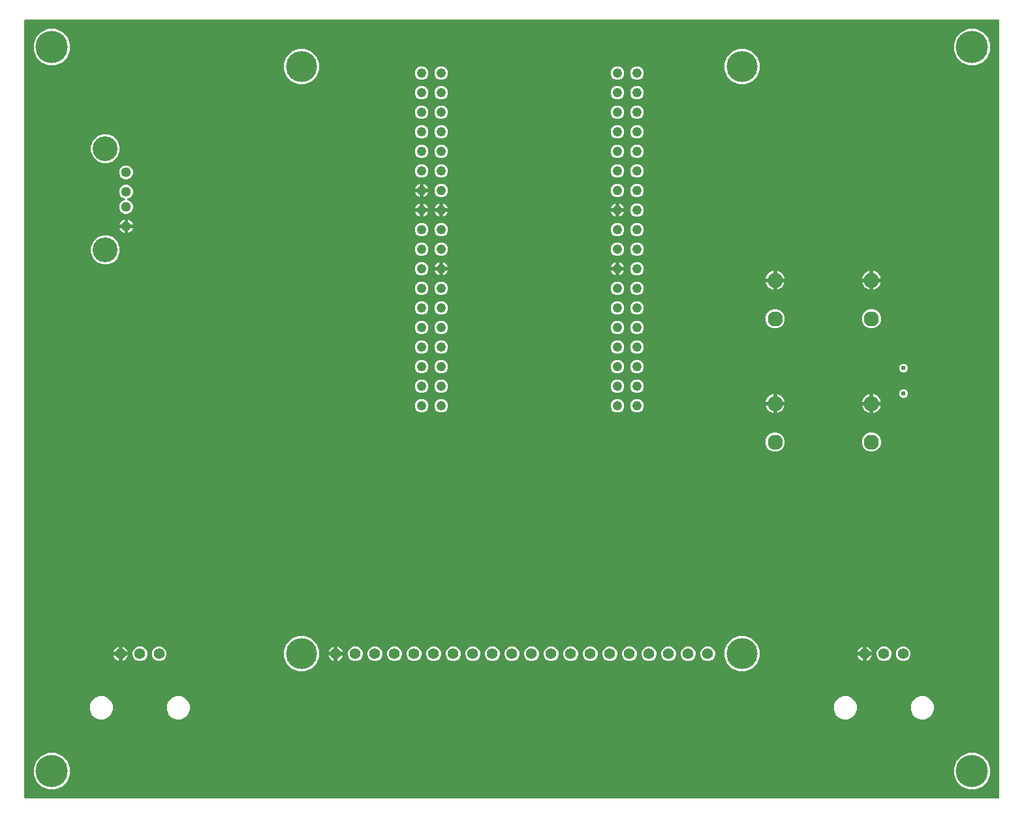
<source format=gbr>
G04 EAGLE Gerber RS-274X export*
G75*
%MOMM*%
%FSLAX34Y34*%
%LPD*%
%INCopper Layer 2*%
%IPPOS*%
%AMOC8*
5,1,8,0,0,1.08239X$1,22.5*%
G01*
%ADD10C,1.288000*%
%ADD11C,3.220000*%
%ADD12C,1.400000*%
%ADD13C,4.016000*%
%ADD14C,1.960000*%
%ADD15C,1.244600*%
%ADD16C,4.191000*%
%ADD17C,0.609600*%
%ADD18C,0.654800*%
%ADD19C,0.254000*%

G36*
X1266308Y2556D02*
X1266308Y2556D01*
X1266427Y2563D01*
X1266465Y2576D01*
X1266506Y2581D01*
X1266616Y2624D01*
X1266729Y2661D01*
X1266764Y2683D01*
X1266801Y2698D01*
X1266897Y2767D01*
X1266998Y2831D01*
X1267026Y2861D01*
X1267059Y2884D01*
X1267135Y2976D01*
X1267216Y3063D01*
X1267236Y3098D01*
X1267261Y3129D01*
X1267312Y3237D01*
X1267370Y3341D01*
X1267380Y3381D01*
X1267397Y3417D01*
X1267419Y3534D01*
X1267449Y3649D01*
X1267453Y3709D01*
X1267457Y3729D01*
X1267455Y3750D01*
X1267459Y3810D01*
X1267459Y1012190D01*
X1267444Y1012308D01*
X1267437Y1012427D01*
X1267424Y1012465D01*
X1267419Y1012506D01*
X1267376Y1012616D01*
X1267339Y1012729D01*
X1267317Y1012764D01*
X1267302Y1012801D01*
X1267233Y1012897D01*
X1267169Y1012998D01*
X1267139Y1013026D01*
X1267116Y1013059D01*
X1267024Y1013135D01*
X1266937Y1013216D01*
X1266902Y1013236D01*
X1266871Y1013261D01*
X1266763Y1013312D01*
X1266659Y1013370D01*
X1266619Y1013380D01*
X1266583Y1013397D01*
X1266466Y1013419D01*
X1266351Y1013449D01*
X1266291Y1013453D01*
X1266271Y1013457D01*
X1266250Y1013455D01*
X1266190Y1013459D01*
X3810Y1013459D01*
X3692Y1013444D01*
X3573Y1013437D01*
X3535Y1013424D01*
X3494Y1013419D01*
X3384Y1013376D01*
X3271Y1013339D01*
X3236Y1013317D01*
X3199Y1013302D01*
X3103Y1013233D01*
X3002Y1013169D01*
X2974Y1013139D01*
X2941Y1013116D01*
X2865Y1013024D01*
X2784Y1012937D01*
X2764Y1012902D01*
X2739Y1012871D01*
X2688Y1012763D01*
X2630Y1012659D01*
X2620Y1012619D01*
X2603Y1012583D01*
X2581Y1012466D01*
X2551Y1012351D01*
X2547Y1012291D01*
X2543Y1012271D01*
X2545Y1012250D01*
X2541Y1012190D01*
X2541Y3810D01*
X2556Y3692D01*
X2563Y3573D01*
X2576Y3535D01*
X2581Y3494D01*
X2624Y3384D01*
X2661Y3271D01*
X2683Y3236D01*
X2698Y3199D01*
X2767Y3103D01*
X2831Y3002D01*
X2861Y2974D01*
X2884Y2941D01*
X2976Y2865D01*
X3063Y2784D01*
X3098Y2764D01*
X3129Y2739D01*
X3237Y2688D01*
X3341Y2630D01*
X3381Y2620D01*
X3417Y2603D01*
X3534Y2581D01*
X3649Y2551D01*
X3709Y2547D01*
X3729Y2543D01*
X3750Y2545D01*
X3810Y2541D01*
X1266190Y2541D01*
X1266308Y2556D01*
G37*
%LPC*%
G36*
X1227226Y954404D02*
X1227226Y954404D01*
X1218591Y957981D01*
X1211981Y964591D01*
X1208404Y973226D01*
X1208404Y982574D01*
X1211981Y991209D01*
X1218591Y997819D01*
X1227226Y1001396D01*
X1236574Y1001396D01*
X1245209Y997819D01*
X1251819Y991209D01*
X1255396Y982574D01*
X1255396Y973226D01*
X1251819Y964591D01*
X1245209Y957981D01*
X1236574Y954404D01*
X1227226Y954404D01*
G37*
%LPD*%
%LPC*%
G36*
X33426Y954404D02*
X33426Y954404D01*
X24791Y957981D01*
X18181Y964591D01*
X14604Y973226D01*
X14604Y982574D01*
X18181Y991209D01*
X24791Y997819D01*
X33426Y1001396D01*
X42774Y1001396D01*
X51409Y997819D01*
X58019Y991209D01*
X61596Y982574D01*
X61596Y973226D01*
X58019Y964591D01*
X51409Y957981D01*
X42774Y954404D01*
X33426Y954404D01*
G37*
%LPD*%
%LPC*%
G36*
X33426Y14604D02*
X33426Y14604D01*
X24791Y18181D01*
X18181Y24791D01*
X14604Y33426D01*
X14604Y42774D01*
X18181Y51409D01*
X24791Y58019D01*
X33426Y61596D01*
X42774Y61596D01*
X51409Y58019D01*
X58019Y51409D01*
X61596Y42774D01*
X61596Y33426D01*
X58019Y24791D01*
X51409Y18181D01*
X42774Y14604D01*
X33426Y14604D01*
G37*
%LPD*%
%LPC*%
G36*
X1227226Y14604D02*
X1227226Y14604D01*
X1218591Y18181D01*
X1211981Y24791D01*
X1208404Y33426D01*
X1208404Y42774D01*
X1211981Y51409D01*
X1218591Y58019D01*
X1227226Y61596D01*
X1236574Y61596D01*
X1245209Y58019D01*
X1251819Y51409D01*
X1255396Y42774D01*
X1255396Y33426D01*
X1251819Y24791D01*
X1245209Y18181D01*
X1236574Y14604D01*
X1227226Y14604D01*
G37*
%LPD*%
%LPC*%
G36*
X928950Y929879D02*
X928950Y929879D01*
X920636Y933323D01*
X914273Y939686D01*
X910829Y948000D01*
X910829Y957000D01*
X914273Y965314D01*
X920636Y971677D01*
X928950Y975121D01*
X937950Y975121D01*
X946264Y971677D01*
X952627Y965314D01*
X956071Y957000D01*
X956071Y948000D01*
X952627Y939686D01*
X946264Y933323D01*
X937950Y929879D01*
X928950Y929879D01*
G37*
%LPD*%
%LPC*%
G36*
X357450Y929879D02*
X357450Y929879D01*
X349136Y933323D01*
X342773Y939686D01*
X339329Y948000D01*
X339329Y957000D01*
X342773Y965314D01*
X349136Y971677D01*
X357450Y975121D01*
X366450Y975121D01*
X374764Y971677D01*
X381127Y965314D01*
X384571Y957000D01*
X384571Y948000D01*
X381127Y939686D01*
X374764Y933323D01*
X366450Y929879D01*
X357450Y929879D01*
G37*
%LPD*%
%LPC*%
G36*
X928950Y167879D02*
X928950Y167879D01*
X920636Y171323D01*
X914273Y177686D01*
X910829Y186000D01*
X910829Y195000D01*
X914273Y203314D01*
X920636Y209677D01*
X928950Y213121D01*
X937950Y213121D01*
X946264Y209677D01*
X952627Y203314D01*
X956071Y195000D01*
X956071Y186000D01*
X952627Y177686D01*
X946264Y171323D01*
X937950Y167879D01*
X928950Y167879D01*
G37*
%LPD*%
%LPC*%
G36*
X357450Y167879D02*
X357450Y167879D01*
X349136Y171323D01*
X342773Y177686D01*
X339329Y186000D01*
X339329Y195000D01*
X342773Y203314D01*
X349136Y209677D01*
X357450Y213121D01*
X366450Y213121D01*
X374764Y209677D01*
X381127Y203314D01*
X384571Y195000D01*
X384571Y186000D01*
X381127Y177686D01*
X374764Y171323D01*
X366450Y167879D01*
X357450Y167879D01*
G37*
%LPD*%
%LPC*%
G36*
X103812Y695999D02*
X103812Y695999D01*
X96961Y698837D01*
X91717Y704081D01*
X88879Y710932D01*
X88879Y718348D01*
X91717Y725199D01*
X96961Y730443D01*
X103812Y733281D01*
X111228Y733281D01*
X118079Y730443D01*
X123323Y725199D01*
X126161Y718348D01*
X126161Y710932D01*
X123323Y704081D01*
X118079Y698837D01*
X111228Y695999D01*
X103812Y695999D01*
G37*
%LPD*%
%LPC*%
G36*
X103812Y827399D02*
X103812Y827399D01*
X96961Y830237D01*
X91717Y835481D01*
X88879Y842332D01*
X88879Y849748D01*
X91717Y856599D01*
X96961Y861843D01*
X103812Y864681D01*
X111228Y864681D01*
X118079Y861843D01*
X123323Y856599D01*
X126161Y849748D01*
X126161Y842332D01*
X123323Y835481D01*
X118079Y830237D01*
X111228Y827399D01*
X103812Y827399D01*
G37*
%LPD*%
%LPC*%
G36*
X199408Y105459D02*
X199408Y105459D01*
X193880Y107749D01*
X189649Y111980D01*
X187359Y117508D01*
X187359Y123492D01*
X189649Y129020D01*
X193880Y133251D01*
X199408Y135541D01*
X205392Y135541D01*
X210920Y133251D01*
X215151Y129020D01*
X217441Y123492D01*
X217441Y117508D01*
X215151Y111980D01*
X210920Y107749D01*
X205392Y105459D01*
X199408Y105459D01*
G37*
%LPD*%
%LPC*%
G36*
X1064608Y105459D02*
X1064608Y105459D01*
X1059080Y107749D01*
X1054849Y111980D01*
X1052559Y117508D01*
X1052559Y123492D01*
X1054849Y129020D01*
X1059080Y133251D01*
X1064608Y135541D01*
X1070592Y135541D01*
X1076120Y133251D01*
X1080351Y129020D01*
X1082641Y123492D01*
X1082641Y117508D01*
X1080351Y111980D01*
X1076120Y107749D01*
X1070592Y105459D01*
X1064608Y105459D01*
G37*
%LPD*%
%LPC*%
G36*
X1164608Y105459D02*
X1164608Y105459D01*
X1159080Y107749D01*
X1154849Y111980D01*
X1152559Y117508D01*
X1152559Y123492D01*
X1154849Y129020D01*
X1159080Y133251D01*
X1164608Y135541D01*
X1170592Y135541D01*
X1176120Y133251D01*
X1180351Y129020D01*
X1182641Y123492D01*
X1182641Y117508D01*
X1180351Y111980D01*
X1176120Y107749D01*
X1170592Y105459D01*
X1164608Y105459D01*
G37*
%LPD*%
%LPC*%
G36*
X99408Y105459D02*
X99408Y105459D01*
X93880Y107749D01*
X89649Y111980D01*
X87359Y117508D01*
X87359Y123492D01*
X89649Y129020D01*
X93880Y133251D01*
X99408Y135541D01*
X105392Y135541D01*
X110920Y133251D01*
X115151Y129020D01*
X117441Y123492D01*
X117441Y117508D01*
X115151Y111980D01*
X110920Y107749D01*
X105392Y105459D01*
X99408Y105459D01*
G37*
%LPD*%
%LPC*%
G36*
X132834Y761359D02*
X132834Y761359D01*
X129533Y762726D01*
X127006Y765253D01*
X125639Y768554D01*
X125639Y772126D01*
X127006Y775427D01*
X129533Y777954D01*
X132463Y779167D01*
X132584Y779236D01*
X132707Y779301D01*
X132722Y779315D01*
X132740Y779325D01*
X132840Y779422D01*
X132942Y779515D01*
X132953Y779532D01*
X132968Y779546D01*
X133041Y779665D01*
X133117Y779781D01*
X133124Y779800D01*
X133134Y779817D01*
X133175Y779950D01*
X133220Y780082D01*
X133222Y780102D01*
X133228Y780121D01*
X133235Y780260D01*
X133246Y780399D01*
X133242Y780419D01*
X133243Y780439D01*
X133215Y780575D01*
X133191Y780712D01*
X133183Y780731D01*
X133179Y780750D01*
X133117Y780876D01*
X133061Y781002D01*
X133048Y781018D01*
X133039Y781036D01*
X132949Y781142D01*
X132862Y781250D01*
X132846Y781263D01*
X132833Y781278D01*
X132719Y781358D01*
X132608Y781442D01*
X132583Y781454D01*
X132573Y781461D01*
X132553Y781468D01*
X132463Y781513D01*
X129533Y782726D01*
X127006Y785253D01*
X125639Y788554D01*
X125639Y792126D01*
X127006Y795427D01*
X129533Y797954D01*
X132834Y799321D01*
X136406Y799321D01*
X139707Y797954D01*
X142234Y795427D01*
X143601Y792126D01*
X143601Y788554D01*
X142234Y785253D01*
X139707Y782726D01*
X136777Y781513D01*
X136656Y781444D01*
X136533Y781379D01*
X136518Y781365D01*
X136500Y781355D01*
X136400Y781258D01*
X136298Y781165D01*
X136286Y781148D01*
X136272Y781134D01*
X136199Y781016D01*
X136123Y780899D01*
X136116Y780880D01*
X136106Y780863D01*
X136065Y780730D01*
X136020Y780598D01*
X136018Y780578D01*
X136012Y780559D01*
X136005Y780420D01*
X135994Y780281D01*
X135998Y780261D01*
X135997Y780241D01*
X136025Y780105D01*
X136049Y779968D01*
X136057Y779949D01*
X136061Y779930D01*
X136122Y779805D01*
X136179Y779678D01*
X136192Y779662D01*
X136201Y779644D01*
X136291Y779538D01*
X136378Y779430D01*
X136394Y779417D01*
X136407Y779402D01*
X136521Y779322D01*
X136632Y779238D01*
X136657Y779226D01*
X136667Y779219D01*
X136687Y779212D01*
X136777Y779167D01*
X139707Y777954D01*
X142234Y775427D01*
X143601Y772126D01*
X143601Y768554D01*
X142234Y765253D01*
X139707Y762726D01*
X136406Y761359D01*
X132834Y761359D01*
G37*
%LPD*%
%LPC*%
G36*
X973905Y452879D02*
X973905Y452879D01*
X969370Y454758D01*
X965898Y458230D01*
X964019Y462765D01*
X964019Y467675D01*
X965898Y472210D01*
X969370Y475682D01*
X973905Y477561D01*
X978815Y477561D01*
X983350Y475682D01*
X986822Y472210D01*
X988701Y467675D01*
X988701Y462765D01*
X986822Y458230D01*
X983350Y454758D01*
X978815Y452879D01*
X973905Y452879D01*
G37*
%LPD*%
%LPC*%
G36*
X1098905Y452879D02*
X1098905Y452879D01*
X1094370Y454758D01*
X1090898Y458230D01*
X1089019Y462765D01*
X1089019Y467675D01*
X1090898Y472210D01*
X1094370Y475682D01*
X1098905Y477561D01*
X1103815Y477561D01*
X1108350Y475682D01*
X1111822Y472210D01*
X1113701Y467675D01*
X1113701Y462765D01*
X1111822Y458230D01*
X1108350Y454758D01*
X1103815Y452879D01*
X1098905Y452879D01*
G37*
%LPD*%
%LPC*%
G36*
X973905Y612899D02*
X973905Y612899D01*
X969370Y614778D01*
X965898Y618250D01*
X964019Y622785D01*
X964019Y627695D01*
X965898Y632230D01*
X969370Y635702D01*
X973905Y637581D01*
X978815Y637581D01*
X983350Y635702D01*
X986822Y632230D01*
X988701Y627695D01*
X988701Y622785D01*
X986822Y618250D01*
X983350Y614778D01*
X978815Y612899D01*
X973905Y612899D01*
G37*
%LPD*%
%LPC*%
G36*
X1098905Y612899D02*
X1098905Y612899D01*
X1094370Y614778D01*
X1090898Y618250D01*
X1089019Y622785D01*
X1089019Y627695D01*
X1090898Y632230D01*
X1094370Y635702D01*
X1098905Y637581D01*
X1103815Y637581D01*
X1108350Y635702D01*
X1111822Y632230D01*
X1113701Y627695D01*
X1113701Y622785D01*
X1111822Y618250D01*
X1108350Y614778D01*
X1103815Y612899D01*
X1098905Y612899D01*
G37*
%LPD*%
%LPC*%
G36*
X531502Y180959D02*
X531502Y180959D01*
X527996Y182412D01*
X525312Y185096D01*
X523859Y188602D01*
X523859Y192398D01*
X525312Y195904D01*
X527996Y198588D01*
X531502Y200041D01*
X535298Y200041D01*
X538804Y198588D01*
X541488Y195904D01*
X542941Y192398D01*
X542941Y188602D01*
X541488Y185096D01*
X538804Y182412D01*
X535298Y180959D01*
X531502Y180959D01*
G37*
%LPD*%
%LPC*%
G36*
X556902Y180959D02*
X556902Y180959D01*
X553396Y182412D01*
X550712Y185096D01*
X549259Y188602D01*
X549259Y192398D01*
X550712Y195904D01*
X553396Y198588D01*
X556902Y200041D01*
X560698Y200041D01*
X564204Y198588D01*
X566888Y195904D01*
X568341Y192398D01*
X568341Y188602D01*
X566888Y185096D01*
X564204Y182412D01*
X560698Y180959D01*
X556902Y180959D01*
G37*
%LPD*%
%LPC*%
G36*
X582302Y180959D02*
X582302Y180959D01*
X578796Y182412D01*
X576112Y185096D01*
X574659Y188602D01*
X574659Y192398D01*
X576112Y195904D01*
X578796Y198588D01*
X582302Y200041D01*
X586098Y200041D01*
X589604Y198588D01*
X592288Y195904D01*
X593741Y192398D01*
X593741Y188602D01*
X592288Y185096D01*
X589604Y182412D01*
X586098Y180959D01*
X582302Y180959D01*
G37*
%LPD*%
%LPC*%
G36*
X607702Y180959D02*
X607702Y180959D01*
X604196Y182412D01*
X601512Y185096D01*
X600059Y188602D01*
X600059Y192398D01*
X601512Y195904D01*
X604196Y198588D01*
X607702Y200041D01*
X611498Y200041D01*
X615004Y198588D01*
X617688Y195904D01*
X619141Y192398D01*
X619141Y188602D01*
X617688Y185096D01*
X615004Y182412D01*
X611498Y180959D01*
X607702Y180959D01*
G37*
%LPD*%
%LPC*%
G36*
X633102Y180959D02*
X633102Y180959D01*
X629596Y182412D01*
X626912Y185096D01*
X625459Y188602D01*
X625459Y192398D01*
X626912Y195904D01*
X629596Y198588D01*
X633102Y200041D01*
X636898Y200041D01*
X640404Y198588D01*
X643088Y195904D01*
X644541Y192398D01*
X644541Y188602D01*
X643088Y185096D01*
X640404Y182412D01*
X636898Y180959D01*
X633102Y180959D01*
G37*
%LPD*%
%LPC*%
G36*
X658502Y180959D02*
X658502Y180959D01*
X654996Y182412D01*
X652312Y185096D01*
X650859Y188602D01*
X650859Y192398D01*
X652312Y195904D01*
X654996Y198588D01*
X658502Y200041D01*
X662298Y200041D01*
X665804Y198588D01*
X668488Y195904D01*
X669941Y192398D01*
X669941Y188602D01*
X668488Y185096D01*
X665804Y182412D01*
X662298Y180959D01*
X658502Y180959D01*
G37*
%LPD*%
%LPC*%
G36*
X709302Y180959D02*
X709302Y180959D01*
X705796Y182412D01*
X703112Y185096D01*
X701659Y188602D01*
X701659Y192398D01*
X703112Y195904D01*
X705796Y198588D01*
X709302Y200041D01*
X713098Y200041D01*
X716604Y198588D01*
X719288Y195904D01*
X720741Y192398D01*
X720741Y188602D01*
X719288Y185096D01*
X716604Y182412D01*
X713098Y180959D01*
X709302Y180959D01*
G37*
%LPD*%
%LPC*%
G36*
X734702Y180959D02*
X734702Y180959D01*
X731196Y182412D01*
X728512Y185096D01*
X727059Y188602D01*
X727059Y192398D01*
X728512Y195904D01*
X731196Y198588D01*
X734702Y200041D01*
X738498Y200041D01*
X742004Y198588D01*
X744688Y195904D01*
X746141Y192398D01*
X746141Y188602D01*
X744688Y185096D01*
X742004Y182412D01*
X738498Y180959D01*
X734702Y180959D01*
G37*
%LPD*%
%LPC*%
G36*
X887102Y180959D02*
X887102Y180959D01*
X883596Y182412D01*
X880912Y185096D01*
X879459Y188602D01*
X879459Y192398D01*
X880912Y195904D01*
X883596Y198588D01*
X887102Y200041D01*
X890898Y200041D01*
X894404Y198588D01*
X897088Y195904D01*
X898541Y192398D01*
X898541Y188602D01*
X897088Y185096D01*
X894404Y182412D01*
X890898Y180959D01*
X887102Y180959D01*
G37*
%LPD*%
%LPC*%
G36*
X1115702Y180959D02*
X1115702Y180959D01*
X1112196Y182412D01*
X1109512Y185096D01*
X1108059Y188602D01*
X1108059Y192398D01*
X1109512Y195904D01*
X1112196Y198588D01*
X1115702Y200041D01*
X1119498Y200041D01*
X1123004Y198588D01*
X1125688Y195904D01*
X1127141Y192398D01*
X1127141Y188602D01*
X1125688Y185096D01*
X1123004Y182412D01*
X1119498Y180959D01*
X1115702Y180959D01*
G37*
%LPD*%
%LPC*%
G36*
X683902Y180959D02*
X683902Y180959D01*
X680396Y182412D01*
X677712Y185096D01*
X676259Y188602D01*
X676259Y192398D01*
X677712Y195904D01*
X680396Y198588D01*
X683902Y200041D01*
X687698Y200041D01*
X691204Y198588D01*
X693888Y195904D01*
X695341Y192398D01*
X695341Y188602D01*
X693888Y185096D01*
X691204Y182412D01*
X687698Y180959D01*
X683902Y180959D01*
G37*
%LPD*%
%LPC*%
G36*
X480702Y180959D02*
X480702Y180959D01*
X477196Y182412D01*
X474512Y185096D01*
X473059Y188602D01*
X473059Y192398D01*
X474512Y195904D01*
X477196Y198588D01*
X480702Y200041D01*
X484498Y200041D01*
X488004Y198588D01*
X490688Y195904D01*
X492141Y192398D01*
X492141Y188602D01*
X490688Y185096D01*
X488004Y182412D01*
X484498Y180959D01*
X480702Y180959D01*
G37*
%LPD*%
%LPC*%
G36*
X150502Y180959D02*
X150502Y180959D01*
X146996Y182412D01*
X144312Y185096D01*
X142859Y188602D01*
X142859Y192398D01*
X144312Y195904D01*
X146996Y198588D01*
X150502Y200041D01*
X154298Y200041D01*
X157804Y198588D01*
X160488Y195904D01*
X161941Y192398D01*
X161941Y188602D01*
X160488Y185096D01*
X157804Y182412D01*
X154298Y180959D01*
X150502Y180959D01*
G37*
%LPD*%
%LPC*%
G36*
X1140702Y180959D02*
X1140702Y180959D01*
X1137196Y182412D01*
X1134512Y185096D01*
X1133059Y188602D01*
X1133059Y192398D01*
X1134512Y195904D01*
X1137196Y198588D01*
X1140702Y200041D01*
X1144498Y200041D01*
X1148004Y198588D01*
X1150688Y195904D01*
X1152141Y192398D01*
X1152141Y188602D01*
X1150688Y185096D01*
X1148004Y182412D01*
X1144498Y180959D01*
X1140702Y180959D01*
G37*
%LPD*%
%LPC*%
G36*
X836302Y180959D02*
X836302Y180959D01*
X832796Y182412D01*
X830112Y185096D01*
X828659Y188602D01*
X828659Y192398D01*
X830112Y195904D01*
X832796Y198588D01*
X836302Y200041D01*
X840098Y200041D01*
X843604Y198588D01*
X846288Y195904D01*
X847741Y192398D01*
X847741Y188602D01*
X846288Y185096D01*
X843604Y182412D01*
X840098Y180959D01*
X836302Y180959D01*
G37*
%LPD*%
%LPC*%
G36*
X861702Y180959D02*
X861702Y180959D01*
X858196Y182412D01*
X855512Y185096D01*
X854059Y188602D01*
X854059Y192398D01*
X855512Y195904D01*
X858196Y198588D01*
X861702Y200041D01*
X865498Y200041D01*
X869004Y198588D01*
X871688Y195904D01*
X873141Y192398D01*
X873141Y188602D01*
X871688Y185096D01*
X869004Y182412D01*
X865498Y180959D01*
X861702Y180959D01*
G37*
%LPD*%
%LPC*%
G36*
X785502Y180959D02*
X785502Y180959D01*
X781996Y182412D01*
X779312Y185096D01*
X777859Y188602D01*
X777859Y192398D01*
X779312Y195904D01*
X781996Y198588D01*
X785502Y200041D01*
X789298Y200041D01*
X792804Y198588D01*
X795488Y195904D01*
X796941Y192398D01*
X796941Y188602D01*
X795488Y185096D01*
X792804Y182412D01*
X789298Y180959D01*
X785502Y180959D01*
G37*
%LPD*%
%LPC*%
G36*
X810902Y180959D02*
X810902Y180959D01*
X807396Y182412D01*
X804712Y185096D01*
X803259Y188602D01*
X803259Y192398D01*
X804712Y195904D01*
X807396Y198588D01*
X810902Y200041D01*
X814698Y200041D01*
X818204Y198588D01*
X820888Y195904D01*
X822341Y192398D01*
X822341Y188602D01*
X820888Y185096D01*
X818204Y182412D01*
X814698Y180959D01*
X810902Y180959D01*
G37*
%LPD*%
%LPC*%
G36*
X506102Y180959D02*
X506102Y180959D01*
X502596Y182412D01*
X499912Y185096D01*
X498459Y188602D01*
X498459Y192398D01*
X499912Y195904D01*
X502596Y198588D01*
X506102Y200041D01*
X509898Y200041D01*
X513404Y198588D01*
X516088Y195904D01*
X517541Y192398D01*
X517541Y188602D01*
X516088Y185096D01*
X513404Y182412D01*
X509898Y180959D01*
X506102Y180959D01*
G37*
%LPD*%
%LPC*%
G36*
X429902Y180959D02*
X429902Y180959D01*
X426396Y182412D01*
X423712Y185096D01*
X422259Y188602D01*
X422259Y192398D01*
X423712Y195904D01*
X426396Y198588D01*
X429902Y200041D01*
X433698Y200041D01*
X437204Y198588D01*
X439888Y195904D01*
X441341Y192398D01*
X441341Y188602D01*
X439888Y185096D01*
X437204Y182412D01*
X433698Y180959D01*
X429902Y180959D01*
G37*
%LPD*%
%LPC*%
G36*
X455302Y180959D02*
X455302Y180959D01*
X451796Y182412D01*
X449112Y185096D01*
X447659Y188602D01*
X447659Y192398D01*
X449112Y195904D01*
X451796Y198588D01*
X455302Y200041D01*
X459098Y200041D01*
X462604Y198588D01*
X465288Y195904D01*
X466741Y192398D01*
X466741Y188602D01*
X465288Y185096D01*
X462604Y182412D01*
X459098Y180959D01*
X455302Y180959D01*
G37*
%LPD*%
%LPC*%
G36*
X175502Y180959D02*
X175502Y180959D01*
X171996Y182412D01*
X169312Y185096D01*
X167859Y188602D01*
X167859Y192398D01*
X169312Y195904D01*
X171996Y198588D01*
X175502Y200041D01*
X179298Y200041D01*
X182804Y198588D01*
X185488Y195904D01*
X186941Y192398D01*
X186941Y188602D01*
X185488Y185096D01*
X182804Y182412D01*
X179298Y180959D01*
X175502Y180959D01*
G37*
%LPD*%
%LPC*%
G36*
X760102Y180959D02*
X760102Y180959D01*
X756596Y182412D01*
X753912Y185096D01*
X752459Y188602D01*
X752459Y192398D01*
X753912Y195904D01*
X756596Y198588D01*
X760102Y200041D01*
X763898Y200041D01*
X767404Y198588D01*
X770088Y195904D01*
X771541Y192398D01*
X771541Y188602D01*
X770088Y185096D01*
X767404Y182412D01*
X763898Y180959D01*
X760102Y180959D01*
G37*
%LPD*%
%LPC*%
G36*
X132834Y806359D02*
X132834Y806359D01*
X129533Y807726D01*
X127006Y810253D01*
X125639Y813554D01*
X125639Y817126D01*
X127006Y820427D01*
X129533Y822954D01*
X132834Y824321D01*
X136406Y824321D01*
X139707Y822954D01*
X142234Y820427D01*
X143601Y817126D01*
X143601Y813554D01*
X142234Y810253D01*
X139707Y807726D01*
X136406Y806359D01*
X132834Y806359D01*
G37*
%LPD*%
%LPC*%
G36*
X795557Y935436D02*
X795557Y935436D01*
X792336Y936770D01*
X789870Y939236D01*
X788536Y942457D01*
X788536Y945943D01*
X789870Y949164D01*
X792336Y951630D01*
X795557Y952964D01*
X799043Y952964D01*
X802264Y951630D01*
X804730Y949164D01*
X806064Y945943D01*
X806064Y942457D01*
X804730Y939236D01*
X802264Y936770D01*
X799043Y935436D01*
X795557Y935436D01*
G37*
%LPD*%
%LPC*%
G36*
X770157Y935436D02*
X770157Y935436D01*
X766936Y936770D01*
X764470Y939236D01*
X763136Y942457D01*
X763136Y945943D01*
X764470Y949164D01*
X766936Y951630D01*
X770157Y952964D01*
X773643Y952964D01*
X776864Y951630D01*
X779330Y949164D01*
X780664Y945943D01*
X780664Y942457D01*
X779330Y939236D01*
X776864Y936770D01*
X773643Y935436D01*
X770157Y935436D01*
G37*
%LPD*%
%LPC*%
G36*
X541557Y935436D02*
X541557Y935436D01*
X538336Y936770D01*
X535870Y939236D01*
X534536Y942457D01*
X534536Y945943D01*
X535870Y949164D01*
X538336Y951630D01*
X541557Y952964D01*
X545043Y952964D01*
X548264Y951630D01*
X550730Y949164D01*
X552064Y945943D01*
X552064Y942457D01*
X550730Y939236D01*
X548264Y936770D01*
X545043Y935436D01*
X541557Y935436D01*
G37*
%LPD*%
%LPC*%
G36*
X516157Y935436D02*
X516157Y935436D01*
X512936Y936770D01*
X510470Y939236D01*
X509136Y942457D01*
X509136Y945943D01*
X510470Y949164D01*
X512936Y951630D01*
X516157Y952964D01*
X519643Y952964D01*
X522864Y951630D01*
X525330Y949164D01*
X526664Y945943D01*
X526664Y942457D01*
X525330Y939236D01*
X522864Y936770D01*
X519643Y935436D01*
X516157Y935436D01*
G37*
%LPD*%
%LPC*%
G36*
X795557Y910036D02*
X795557Y910036D01*
X792336Y911370D01*
X789870Y913836D01*
X788536Y917057D01*
X788536Y920543D01*
X789870Y923764D01*
X792336Y926230D01*
X795557Y927564D01*
X799043Y927564D01*
X802264Y926230D01*
X804730Y923764D01*
X806064Y920543D01*
X806064Y917057D01*
X804730Y913836D01*
X802264Y911370D01*
X799043Y910036D01*
X795557Y910036D01*
G37*
%LPD*%
%LPC*%
G36*
X770157Y910036D02*
X770157Y910036D01*
X766936Y911370D01*
X764470Y913836D01*
X763136Y917057D01*
X763136Y920543D01*
X764470Y923764D01*
X766936Y926230D01*
X770157Y927564D01*
X773643Y927564D01*
X776864Y926230D01*
X779330Y923764D01*
X780664Y920543D01*
X780664Y917057D01*
X779330Y913836D01*
X776864Y911370D01*
X773643Y910036D01*
X770157Y910036D01*
G37*
%LPD*%
%LPC*%
G36*
X541557Y910036D02*
X541557Y910036D01*
X538336Y911370D01*
X535870Y913836D01*
X534536Y917057D01*
X534536Y920543D01*
X535870Y923764D01*
X538336Y926230D01*
X541557Y927564D01*
X545043Y927564D01*
X548264Y926230D01*
X550730Y923764D01*
X552064Y920543D01*
X552064Y917057D01*
X550730Y913836D01*
X548264Y911370D01*
X545043Y910036D01*
X541557Y910036D01*
G37*
%LPD*%
%LPC*%
G36*
X516157Y910036D02*
X516157Y910036D01*
X512936Y911370D01*
X510470Y913836D01*
X509136Y917057D01*
X509136Y920543D01*
X510470Y923764D01*
X512936Y926230D01*
X516157Y927564D01*
X519643Y927564D01*
X522864Y926230D01*
X525330Y923764D01*
X526664Y920543D01*
X526664Y917057D01*
X525330Y913836D01*
X522864Y911370D01*
X519643Y910036D01*
X516157Y910036D01*
G37*
%LPD*%
%LPC*%
G36*
X541557Y884636D02*
X541557Y884636D01*
X538336Y885970D01*
X535870Y888436D01*
X534536Y891657D01*
X534536Y895143D01*
X535870Y898364D01*
X538336Y900830D01*
X541557Y902164D01*
X545043Y902164D01*
X548264Y900830D01*
X550730Y898364D01*
X552064Y895143D01*
X552064Y891657D01*
X550730Y888436D01*
X548264Y885970D01*
X545043Y884636D01*
X541557Y884636D01*
G37*
%LPD*%
%LPC*%
G36*
X516157Y884636D02*
X516157Y884636D01*
X512936Y885970D01*
X510470Y888436D01*
X509136Y891657D01*
X509136Y895143D01*
X510470Y898364D01*
X512936Y900830D01*
X516157Y902164D01*
X519643Y902164D01*
X522864Y900830D01*
X525330Y898364D01*
X526664Y895143D01*
X526664Y891657D01*
X525330Y888436D01*
X522864Y885970D01*
X519643Y884636D01*
X516157Y884636D01*
G37*
%LPD*%
%LPC*%
G36*
X795557Y884636D02*
X795557Y884636D01*
X792336Y885970D01*
X789870Y888436D01*
X788536Y891657D01*
X788536Y895143D01*
X789870Y898364D01*
X792336Y900830D01*
X795557Y902164D01*
X799043Y902164D01*
X802264Y900830D01*
X804730Y898364D01*
X806064Y895143D01*
X806064Y891657D01*
X804730Y888436D01*
X802264Y885970D01*
X799043Y884636D01*
X795557Y884636D01*
G37*
%LPD*%
%LPC*%
G36*
X770157Y884636D02*
X770157Y884636D01*
X766936Y885970D01*
X764470Y888436D01*
X763136Y891657D01*
X763136Y895143D01*
X764470Y898364D01*
X766936Y900830D01*
X770157Y902164D01*
X773643Y902164D01*
X776864Y900830D01*
X779330Y898364D01*
X780664Y895143D01*
X780664Y891657D01*
X779330Y888436D01*
X776864Y885970D01*
X773643Y884636D01*
X770157Y884636D01*
G37*
%LPD*%
%LPC*%
G36*
X541557Y859236D02*
X541557Y859236D01*
X538336Y860570D01*
X535870Y863036D01*
X534536Y866257D01*
X534536Y869743D01*
X535870Y872964D01*
X538336Y875430D01*
X541557Y876764D01*
X545043Y876764D01*
X548264Y875430D01*
X550730Y872964D01*
X552064Y869743D01*
X552064Y866257D01*
X550730Y863036D01*
X548264Y860570D01*
X545043Y859236D01*
X541557Y859236D01*
G37*
%LPD*%
%LPC*%
G36*
X516157Y859236D02*
X516157Y859236D01*
X512936Y860570D01*
X510470Y863036D01*
X509136Y866257D01*
X509136Y869743D01*
X510470Y872964D01*
X512936Y875430D01*
X516157Y876764D01*
X519643Y876764D01*
X522864Y875430D01*
X525330Y872964D01*
X526664Y869743D01*
X526664Y866257D01*
X525330Y863036D01*
X522864Y860570D01*
X519643Y859236D01*
X516157Y859236D01*
G37*
%LPD*%
%LPC*%
G36*
X795557Y859236D02*
X795557Y859236D01*
X792336Y860570D01*
X789870Y863036D01*
X788536Y866257D01*
X788536Y869743D01*
X789870Y872964D01*
X792336Y875430D01*
X795557Y876764D01*
X799043Y876764D01*
X802264Y875430D01*
X804730Y872964D01*
X806064Y869743D01*
X806064Y866257D01*
X804730Y863036D01*
X802264Y860570D01*
X799043Y859236D01*
X795557Y859236D01*
G37*
%LPD*%
%LPC*%
G36*
X770157Y859236D02*
X770157Y859236D01*
X766936Y860570D01*
X764470Y863036D01*
X763136Y866257D01*
X763136Y869743D01*
X764470Y872964D01*
X766936Y875430D01*
X770157Y876764D01*
X773643Y876764D01*
X776864Y875430D01*
X779330Y872964D01*
X780664Y869743D01*
X780664Y866257D01*
X779330Y863036D01*
X776864Y860570D01*
X773643Y859236D01*
X770157Y859236D01*
G37*
%LPD*%
%LPC*%
G36*
X795557Y833836D02*
X795557Y833836D01*
X792336Y835170D01*
X789870Y837636D01*
X788536Y840857D01*
X788536Y844343D01*
X789870Y847564D01*
X792336Y850030D01*
X795557Y851364D01*
X799043Y851364D01*
X802264Y850030D01*
X804730Y847564D01*
X806064Y844343D01*
X806064Y840857D01*
X804730Y837636D01*
X802264Y835170D01*
X799043Y833836D01*
X795557Y833836D01*
G37*
%LPD*%
%LPC*%
G36*
X770157Y833836D02*
X770157Y833836D01*
X766936Y835170D01*
X764470Y837636D01*
X763136Y840857D01*
X763136Y844343D01*
X764470Y847564D01*
X766936Y850030D01*
X770157Y851364D01*
X773643Y851364D01*
X776864Y850030D01*
X779330Y847564D01*
X780664Y844343D01*
X780664Y840857D01*
X779330Y837636D01*
X776864Y835170D01*
X773643Y833836D01*
X770157Y833836D01*
G37*
%LPD*%
%LPC*%
G36*
X541557Y833836D02*
X541557Y833836D01*
X538336Y835170D01*
X535870Y837636D01*
X534536Y840857D01*
X534536Y844343D01*
X535870Y847564D01*
X538336Y850030D01*
X541557Y851364D01*
X545043Y851364D01*
X548264Y850030D01*
X550730Y847564D01*
X552064Y844343D01*
X552064Y840857D01*
X550730Y837636D01*
X548264Y835170D01*
X545043Y833836D01*
X541557Y833836D01*
G37*
%LPD*%
%LPC*%
G36*
X516157Y833836D02*
X516157Y833836D01*
X512936Y835170D01*
X510470Y837636D01*
X509136Y840857D01*
X509136Y844343D01*
X510470Y847564D01*
X512936Y850030D01*
X516157Y851364D01*
X519643Y851364D01*
X522864Y850030D01*
X525330Y847564D01*
X526664Y844343D01*
X526664Y840857D01*
X525330Y837636D01*
X522864Y835170D01*
X519643Y833836D01*
X516157Y833836D01*
G37*
%LPD*%
%LPC*%
G36*
X770157Y808436D02*
X770157Y808436D01*
X766936Y809770D01*
X764470Y812236D01*
X763136Y815457D01*
X763136Y818943D01*
X764470Y822164D01*
X766936Y824630D01*
X770157Y825964D01*
X773643Y825964D01*
X776864Y824630D01*
X779330Y822164D01*
X780664Y818943D01*
X780664Y815457D01*
X779330Y812236D01*
X776864Y809770D01*
X773643Y808436D01*
X770157Y808436D01*
G37*
%LPD*%
%LPC*%
G36*
X541557Y808436D02*
X541557Y808436D01*
X538336Y809770D01*
X535870Y812236D01*
X534536Y815457D01*
X534536Y818943D01*
X535870Y822164D01*
X538336Y824630D01*
X541557Y825964D01*
X545043Y825964D01*
X548264Y824630D01*
X550730Y822164D01*
X552064Y818943D01*
X552064Y815457D01*
X550730Y812236D01*
X548264Y809770D01*
X545043Y808436D01*
X541557Y808436D01*
G37*
%LPD*%
%LPC*%
G36*
X516157Y808436D02*
X516157Y808436D01*
X512936Y809770D01*
X510470Y812236D01*
X509136Y815457D01*
X509136Y818943D01*
X510470Y822164D01*
X512936Y824630D01*
X516157Y825964D01*
X519643Y825964D01*
X522864Y824630D01*
X525330Y822164D01*
X526664Y818943D01*
X526664Y815457D01*
X525330Y812236D01*
X522864Y809770D01*
X519643Y808436D01*
X516157Y808436D01*
G37*
%LPD*%
%LPC*%
G36*
X795557Y783036D02*
X795557Y783036D01*
X792336Y784370D01*
X789870Y786836D01*
X788536Y790057D01*
X788536Y793543D01*
X789870Y796764D01*
X792336Y799230D01*
X795557Y800564D01*
X799043Y800564D01*
X802264Y799230D01*
X804730Y796764D01*
X806064Y793543D01*
X806064Y790057D01*
X804730Y786836D01*
X802264Y784370D01*
X799043Y783036D01*
X795557Y783036D01*
G37*
%LPD*%
%LPC*%
G36*
X770157Y783036D02*
X770157Y783036D01*
X766936Y784370D01*
X764470Y786836D01*
X763136Y790057D01*
X763136Y793543D01*
X764470Y796764D01*
X766936Y799230D01*
X770157Y800564D01*
X773643Y800564D01*
X776864Y799230D01*
X779330Y796764D01*
X780664Y793543D01*
X780664Y790057D01*
X779330Y786836D01*
X776864Y784370D01*
X773643Y783036D01*
X770157Y783036D01*
G37*
%LPD*%
%LPC*%
G36*
X541557Y783036D02*
X541557Y783036D01*
X538336Y784370D01*
X535870Y786836D01*
X534536Y790057D01*
X534536Y793543D01*
X535870Y796764D01*
X538336Y799230D01*
X541557Y800564D01*
X545043Y800564D01*
X548264Y799230D01*
X550730Y796764D01*
X552064Y793543D01*
X552064Y790057D01*
X550730Y786836D01*
X548264Y784370D01*
X545043Y783036D01*
X541557Y783036D01*
G37*
%LPD*%
%LPC*%
G36*
X541557Y503636D02*
X541557Y503636D01*
X538336Y504970D01*
X535870Y507436D01*
X534536Y510657D01*
X534536Y514143D01*
X535870Y517364D01*
X538336Y519830D01*
X541557Y521164D01*
X545043Y521164D01*
X548264Y519830D01*
X550730Y517364D01*
X552064Y514143D01*
X552064Y510657D01*
X550730Y507436D01*
X548264Y504970D01*
X545043Y503636D01*
X541557Y503636D01*
G37*
%LPD*%
%LPC*%
G36*
X516157Y503636D02*
X516157Y503636D01*
X512936Y504970D01*
X510470Y507436D01*
X509136Y510657D01*
X509136Y514143D01*
X510470Y517364D01*
X512936Y519830D01*
X516157Y521164D01*
X519643Y521164D01*
X522864Y519830D01*
X525330Y517364D01*
X526664Y514143D01*
X526664Y510657D01*
X525330Y507436D01*
X522864Y504970D01*
X519643Y503636D01*
X516157Y503636D01*
G37*
%LPD*%
%LPC*%
G36*
X770157Y656036D02*
X770157Y656036D01*
X766936Y657370D01*
X764470Y659836D01*
X763136Y663057D01*
X763136Y666543D01*
X764470Y669764D01*
X766936Y672230D01*
X770157Y673564D01*
X773643Y673564D01*
X776864Y672230D01*
X779330Y669764D01*
X780664Y666543D01*
X780664Y663057D01*
X779330Y659836D01*
X776864Y657370D01*
X773643Y656036D01*
X770157Y656036D01*
G37*
%LPD*%
%LPC*%
G36*
X516157Y529036D02*
X516157Y529036D01*
X512936Y530370D01*
X510470Y532836D01*
X509136Y536057D01*
X509136Y539543D01*
X510470Y542764D01*
X512936Y545230D01*
X516157Y546564D01*
X519643Y546564D01*
X522864Y545230D01*
X525330Y542764D01*
X526664Y539543D01*
X526664Y536057D01*
X525330Y532836D01*
X522864Y530370D01*
X519643Y529036D01*
X516157Y529036D01*
G37*
%LPD*%
%LPC*%
G36*
X795557Y757636D02*
X795557Y757636D01*
X792336Y758970D01*
X789870Y761436D01*
X788536Y764657D01*
X788536Y768143D01*
X789870Y771364D01*
X792336Y773830D01*
X795557Y775164D01*
X799043Y775164D01*
X802264Y773830D01*
X804730Y771364D01*
X806064Y768143D01*
X806064Y764657D01*
X804730Y761436D01*
X802264Y758970D01*
X799043Y757636D01*
X795557Y757636D01*
G37*
%LPD*%
%LPC*%
G36*
X795557Y656036D02*
X795557Y656036D01*
X792336Y657370D01*
X789870Y659836D01*
X788536Y663057D01*
X788536Y666543D01*
X789870Y669764D01*
X792336Y672230D01*
X795557Y673564D01*
X799043Y673564D01*
X802264Y672230D01*
X804730Y669764D01*
X806064Y666543D01*
X806064Y663057D01*
X804730Y659836D01*
X802264Y657370D01*
X799043Y656036D01*
X795557Y656036D01*
G37*
%LPD*%
%LPC*%
G36*
X795557Y732236D02*
X795557Y732236D01*
X792336Y733570D01*
X789870Y736036D01*
X788536Y739257D01*
X788536Y742743D01*
X789870Y745964D01*
X792336Y748430D01*
X795557Y749764D01*
X799043Y749764D01*
X802264Y748430D01*
X804730Y745964D01*
X806064Y742743D01*
X806064Y739257D01*
X804730Y736036D01*
X802264Y733570D01*
X799043Y732236D01*
X795557Y732236D01*
G37*
%LPD*%
%LPC*%
G36*
X770157Y732236D02*
X770157Y732236D01*
X766936Y733570D01*
X764470Y736036D01*
X763136Y739257D01*
X763136Y742743D01*
X764470Y745964D01*
X766936Y748430D01*
X770157Y749764D01*
X773643Y749764D01*
X776864Y748430D01*
X779330Y745964D01*
X780664Y742743D01*
X780664Y739257D01*
X779330Y736036D01*
X776864Y733570D01*
X773643Y732236D01*
X770157Y732236D01*
G37*
%LPD*%
%LPC*%
G36*
X541557Y732236D02*
X541557Y732236D01*
X538336Y733570D01*
X535870Y736036D01*
X534536Y739257D01*
X534536Y742743D01*
X535870Y745964D01*
X538336Y748430D01*
X541557Y749764D01*
X545043Y749764D01*
X548264Y748430D01*
X550730Y745964D01*
X552064Y742743D01*
X552064Y739257D01*
X550730Y736036D01*
X548264Y733570D01*
X545043Y732236D01*
X541557Y732236D01*
G37*
%LPD*%
%LPC*%
G36*
X516157Y732236D02*
X516157Y732236D01*
X512936Y733570D01*
X510470Y736036D01*
X509136Y739257D01*
X509136Y742743D01*
X510470Y745964D01*
X512936Y748430D01*
X516157Y749764D01*
X519643Y749764D01*
X522864Y748430D01*
X525330Y745964D01*
X526664Y742743D01*
X526664Y739257D01*
X525330Y736036D01*
X522864Y733570D01*
X519643Y732236D01*
X516157Y732236D01*
G37*
%LPD*%
%LPC*%
G36*
X541557Y706836D02*
X541557Y706836D01*
X538336Y708170D01*
X535870Y710636D01*
X534536Y713857D01*
X534536Y717343D01*
X535870Y720564D01*
X538336Y723030D01*
X541557Y724364D01*
X545043Y724364D01*
X548264Y723030D01*
X550730Y720564D01*
X552064Y717343D01*
X552064Y713857D01*
X550730Y710636D01*
X548264Y708170D01*
X545043Y706836D01*
X541557Y706836D01*
G37*
%LPD*%
%LPC*%
G36*
X516157Y706836D02*
X516157Y706836D01*
X512936Y708170D01*
X510470Y710636D01*
X509136Y713857D01*
X509136Y717343D01*
X510470Y720564D01*
X512936Y723030D01*
X516157Y724364D01*
X519643Y724364D01*
X522864Y723030D01*
X525330Y720564D01*
X526664Y717343D01*
X526664Y713857D01*
X525330Y710636D01*
X522864Y708170D01*
X519643Y706836D01*
X516157Y706836D01*
G37*
%LPD*%
%LPC*%
G36*
X795557Y706836D02*
X795557Y706836D01*
X792336Y708170D01*
X789870Y710636D01*
X788536Y713857D01*
X788536Y717343D01*
X789870Y720564D01*
X792336Y723030D01*
X795557Y724364D01*
X799043Y724364D01*
X802264Y723030D01*
X804730Y720564D01*
X806064Y717343D01*
X806064Y713857D01*
X804730Y710636D01*
X802264Y708170D01*
X799043Y706836D01*
X795557Y706836D01*
G37*
%LPD*%
%LPC*%
G36*
X770157Y706836D02*
X770157Y706836D01*
X766936Y708170D01*
X764470Y710636D01*
X763136Y713857D01*
X763136Y717343D01*
X764470Y720564D01*
X766936Y723030D01*
X770157Y724364D01*
X773643Y724364D01*
X776864Y723030D01*
X779330Y720564D01*
X780664Y717343D01*
X780664Y713857D01*
X779330Y710636D01*
X776864Y708170D01*
X773643Y706836D01*
X770157Y706836D01*
G37*
%LPD*%
%LPC*%
G36*
X795557Y681436D02*
X795557Y681436D01*
X792336Y682770D01*
X789870Y685236D01*
X788536Y688457D01*
X788536Y691943D01*
X789870Y695164D01*
X792336Y697630D01*
X795557Y698964D01*
X799043Y698964D01*
X802264Y697630D01*
X804730Y695164D01*
X806064Y691943D01*
X806064Y688457D01*
X804730Y685236D01*
X802264Y682770D01*
X799043Y681436D01*
X795557Y681436D01*
G37*
%LPD*%
%LPC*%
G36*
X516157Y681436D02*
X516157Y681436D01*
X512936Y682770D01*
X510470Y685236D01*
X509136Y688457D01*
X509136Y691943D01*
X510470Y695164D01*
X512936Y697630D01*
X516157Y698964D01*
X519643Y698964D01*
X522864Y697630D01*
X525330Y695164D01*
X526664Y691943D01*
X526664Y688457D01*
X525330Y685236D01*
X522864Y682770D01*
X519643Y681436D01*
X516157Y681436D01*
G37*
%LPD*%
%LPC*%
G36*
X541557Y630636D02*
X541557Y630636D01*
X538336Y631970D01*
X535870Y634436D01*
X534536Y637657D01*
X534536Y641143D01*
X535870Y644364D01*
X538336Y646830D01*
X541557Y648164D01*
X545043Y648164D01*
X548264Y646830D01*
X550730Y644364D01*
X552064Y641143D01*
X552064Y637657D01*
X550730Y634436D01*
X548264Y631970D01*
X545043Y630636D01*
X541557Y630636D01*
G37*
%LPD*%
%LPC*%
G36*
X541557Y656036D02*
X541557Y656036D01*
X538336Y657370D01*
X535870Y659836D01*
X534536Y663057D01*
X534536Y666543D01*
X535870Y669764D01*
X538336Y672230D01*
X541557Y673564D01*
X545043Y673564D01*
X548264Y672230D01*
X550730Y669764D01*
X552064Y666543D01*
X552064Y663057D01*
X550730Y659836D01*
X548264Y657370D01*
X545043Y656036D01*
X541557Y656036D01*
G37*
%LPD*%
%LPC*%
G36*
X516157Y656036D02*
X516157Y656036D01*
X512936Y657370D01*
X510470Y659836D01*
X509136Y663057D01*
X509136Y666543D01*
X510470Y669764D01*
X512936Y672230D01*
X516157Y673564D01*
X519643Y673564D01*
X522864Y672230D01*
X525330Y669764D01*
X526664Y666543D01*
X526664Y663057D01*
X525330Y659836D01*
X522864Y657370D01*
X519643Y656036D01*
X516157Y656036D01*
G37*
%LPD*%
%LPC*%
G36*
X795557Y630636D02*
X795557Y630636D01*
X792336Y631970D01*
X789870Y634436D01*
X788536Y637657D01*
X788536Y641143D01*
X789870Y644364D01*
X792336Y646830D01*
X795557Y648164D01*
X799043Y648164D01*
X802264Y646830D01*
X804730Y644364D01*
X806064Y641143D01*
X806064Y637657D01*
X804730Y634436D01*
X802264Y631970D01*
X799043Y630636D01*
X795557Y630636D01*
G37*
%LPD*%
%LPC*%
G36*
X770157Y630636D02*
X770157Y630636D01*
X766936Y631970D01*
X764470Y634436D01*
X763136Y637657D01*
X763136Y641143D01*
X764470Y644364D01*
X766936Y646830D01*
X770157Y648164D01*
X773643Y648164D01*
X776864Y646830D01*
X779330Y644364D01*
X780664Y641143D01*
X780664Y637657D01*
X779330Y634436D01*
X776864Y631970D01*
X773643Y630636D01*
X770157Y630636D01*
G37*
%LPD*%
%LPC*%
G36*
X795557Y808436D02*
X795557Y808436D01*
X792336Y809770D01*
X789870Y812236D01*
X788536Y815457D01*
X788536Y818943D01*
X789870Y822164D01*
X792336Y824630D01*
X795557Y825964D01*
X799043Y825964D01*
X802264Y824630D01*
X804730Y822164D01*
X806064Y818943D01*
X806064Y815457D01*
X804730Y812236D01*
X802264Y809770D01*
X799043Y808436D01*
X795557Y808436D01*
G37*
%LPD*%
%LPC*%
G36*
X516157Y630636D02*
X516157Y630636D01*
X512936Y631970D01*
X510470Y634436D01*
X509136Y637657D01*
X509136Y641143D01*
X510470Y644364D01*
X512936Y646830D01*
X516157Y648164D01*
X519643Y648164D01*
X522864Y646830D01*
X525330Y644364D01*
X526664Y641143D01*
X526664Y637657D01*
X525330Y634436D01*
X522864Y631970D01*
X519643Y630636D01*
X516157Y630636D01*
G37*
%LPD*%
%LPC*%
G36*
X541557Y605236D02*
X541557Y605236D01*
X538336Y606570D01*
X535870Y609036D01*
X534536Y612257D01*
X534536Y615743D01*
X535870Y618964D01*
X538336Y621430D01*
X541557Y622764D01*
X545043Y622764D01*
X548264Y621430D01*
X550730Y618964D01*
X552064Y615743D01*
X552064Y612257D01*
X550730Y609036D01*
X548264Y606570D01*
X545043Y605236D01*
X541557Y605236D01*
G37*
%LPD*%
%LPC*%
G36*
X516157Y605236D02*
X516157Y605236D01*
X512936Y606570D01*
X510470Y609036D01*
X509136Y612257D01*
X509136Y615743D01*
X510470Y618964D01*
X512936Y621430D01*
X516157Y622764D01*
X519643Y622764D01*
X522864Y621430D01*
X525330Y618964D01*
X526664Y615743D01*
X526664Y612257D01*
X525330Y609036D01*
X522864Y606570D01*
X519643Y605236D01*
X516157Y605236D01*
G37*
%LPD*%
%LPC*%
G36*
X795557Y605236D02*
X795557Y605236D01*
X792336Y606570D01*
X789870Y609036D01*
X788536Y612257D01*
X788536Y615743D01*
X789870Y618964D01*
X792336Y621430D01*
X795557Y622764D01*
X799043Y622764D01*
X802264Y621430D01*
X804730Y618964D01*
X806064Y615743D01*
X806064Y612257D01*
X804730Y609036D01*
X802264Y606570D01*
X799043Y605236D01*
X795557Y605236D01*
G37*
%LPD*%
%LPC*%
G36*
X770157Y605236D02*
X770157Y605236D01*
X766936Y606570D01*
X764470Y609036D01*
X763136Y612257D01*
X763136Y615743D01*
X764470Y618964D01*
X766936Y621430D01*
X770157Y622764D01*
X773643Y622764D01*
X776864Y621430D01*
X779330Y618964D01*
X780664Y615743D01*
X780664Y612257D01*
X779330Y609036D01*
X776864Y606570D01*
X773643Y605236D01*
X770157Y605236D01*
G37*
%LPD*%
%LPC*%
G36*
X795557Y579836D02*
X795557Y579836D01*
X792336Y581170D01*
X789870Y583636D01*
X788536Y586857D01*
X788536Y590343D01*
X789870Y593564D01*
X792336Y596030D01*
X795557Y597364D01*
X799043Y597364D01*
X802264Y596030D01*
X804730Y593564D01*
X806064Y590343D01*
X806064Y586857D01*
X804730Y583636D01*
X802264Y581170D01*
X799043Y579836D01*
X795557Y579836D01*
G37*
%LPD*%
%LPC*%
G36*
X770157Y579836D02*
X770157Y579836D01*
X766936Y581170D01*
X764470Y583636D01*
X763136Y586857D01*
X763136Y590343D01*
X764470Y593564D01*
X766936Y596030D01*
X770157Y597364D01*
X773643Y597364D01*
X776864Y596030D01*
X779330Y593564D01*
X780664Y590343D01*
X780664Y586857D01*
X779330Y583636D01*
X776864Y581170D01*
X773643Y579836D01*
X770157Y579836D01*
G37*
%LPD*%
%LPC*%
G36*
X541557Y579836D02*
X541557Y579836D01*
X538336Y581170D01*
X535870Y583636D01*
X534536Y586857D01*
X534536Y590343D01*
X535870Y593564D01*
X538336Y596030D01*
X541557Y597364D01*
X545043Y597364D01*
X548264Y596030D01*
X550730Y593564D01*
X552064Y590343D01*
X552064Y586857D01*
X550730Y583636D01*
X548264Y581170D01*
X545043Y579836D01*
X541557Y579836D01*
G37*
%LPD*%
%LPC*%
G36*
X516157Y579836D02*
X516157Y579836D01*
X512936Y581170D01*
X510470Y583636D01*
X509136Y586857D01*
X509136Y590343D01*
X510470Y593564D01*
X512936Y596030D01*
X516157Y597364D01*
X519643Y597364D01*
X522864Y596030D01*
X525330Y593564D01*
X526664Y590343D01*
X526664Y586857D01*
X525330Y583636D01*
X522864Y581170D01*
X519643Y579836D01*
X516157Y579836D01*
G37*
%LPD*%
%LPC*%
G36*
X541557Y554436D02*
X541557Y554436D01*
X538336Y555770D01*
X535870Y558236D01*
X534536Y561457D01*
X534536Y564943D01*
X535870Y568164D01*
X538336Y570630D01*
X541557Y571964D01*
X545043Y571964D01*
X548264Y570630D01*
X550730Y568164D01*
X552064Y564943D01*
X552064Y561457D01*
X550730Y558236D01*
X548264Y555770D01*
X545043Y554436D01*
X541557Y554436D01*
G37*
%LPD*%
%LPC*%
G36*
X516157Y554436D02*
X516157Y554436D01*
X512936Y555770D01*
X510470Y558236D01*
X509136Y561457D01*
X509136Y564943D01*
X510470Y568164D01*
X512936Y570630D01*
X516157Y571964D01*
X519643Y571964D01*
X522864Y570630D01*
X525330Y568164D01*
X526664Y564943D01*
X526664Y561457D01*
X525330Y558236D01*
X522864Y555770D01*
X519643Y554436D01*
X516157Y554436D01*
G37*
%LPD*%
%LPC*%
G36*
X795557Y554436D02*
X795557Y554436D01*
X792336Y555770D01*
X789870Y558236D01*
X788536Y561457D01*
X788536Y564943D01*
X789870Y568164D01*
X792336Y570630D01*
X795557Y571964D01*
X799043Y571964D01*
X802264Y570630D01*
X804730Y568164D01*
X806064Y564943D01*
X806064Y561457D01*
X804730Y558236D01*
X802264Y555770D01*
X799043Y554436D01*
X795557Y554436D01*
G37*
%LPD*%
%LPC*%
G36*
X770157Y554436D02*
X770157Y554436D01*
X766936Y555770D01*
X764470Y558236D01*
X763136Y561457D01*
X763136Y564943D01*
X764470Y568164D01*
X766936Y570630D01*
X770157Y571964D01*
X773643Y571964D01*
X776864Y570630D01*
X779330Y568164D01*
X780664Y564943D01*
X780664Y561457D01*
X779330Y558236D01*
X776864Y555770D01*
X773643Y554436D01*
X770157Y554436D01*
G37*
%LPD*%
%LPC*%
G36*
X795557Y529036D02*
X795557Y529036D01*
X792336Y530370D01*
X789870Y532836D01*
X788536Y536057D01*
X788536Y539543D01*
X789870Y542764D01*
X792336Y545230D01*
X795557Y546564D01*
X799043Y546564D01*
X802264Y545230D01*
X804730Y542764D01*
X806064Y539543D01*
X806064Y536057D01*
X804730Y532836D01*
X802264Y530370D01*
X799043Y529036D01*
X795557Y529036D01*
G37*
%LPD*%
%LPC*%
G36*
X770157Y529036D02*
X770157Y529036D01*
X766936Y530370D01*
X764470Y532836D01*
X763136Y536057D01*
X763136Y539543D01*
X764470Y542764D01*
X766936Y545230D01*
X770157Y546564D01*
X773643Y546564D01*
X776864Y545230D01*
X779330Y542764D01*
X780664Y539543D01*
X780664Y536057D01*
X779330Y532836D01*
X776864Y530370D01*
X773643Y529036D01*
X770157Y529036D01*
G37*
%LPD*%
%LPC*%
G36*
X541557Y529036D02*
X541557Y529036D01*
X538336Y530370D01*
X535870Y532836D01*
X534536Y536057D01*
X534536Y539543D01*
X535870Y542764D01*
X538336Y545230D01*
X541557Y546564D01*
X545043Y546564D01*
X548264Y545230D01*
X550730Y542764D01*
X552064Y539543D01*
X552064Y536057D01*
X550730Y532836D01*
X548264Y530370D01*
X545043Y529036D01*
X541557Y529036D01*
G37*
%LPD*%
%LPC*%
G36*
X795557Y503636D02*
X795557Y503636D01*
X792336Y504970D01*
X789870Y507436D01*
X788536Y510657D01*
X788536Y514143D01*
X789870Y517364D01*
X792336Y519830D01*
X795557Y521164D01*
X799043Y521164D01*
X802264Y519830D01*
X804730Y517364D01*
X806064Y514143D01*
X806064Y510657D01*
X804730Y507436D01*
X802264Y504970D01*
X799043Y503636D01*
X795557Y503636D01*
G37*
%LPD*%
%LPC*%
G36*
X770157Y503636D02*
X770157Y503636D01*
X766936Y504970D01*
X764470Y507436D01*
X763136Y510657D01*
X763136Y514143D01*
X764470Y517364D01*
X766936Y519830D01*
X770157Y521164D01*
X773643Y521164D01*
X776864Y519830D01*
X779330Y517364D01*
X780664Y514143D01*
X780664Y510657D01*
X779330Y507436D01*
X776864Y504970D01*
X773643Y503636D01*
X770157Y503636D01*
G37*
%LPD*%
%LPC*%
G36*
X1141888Y555751D02*
X1141888Y555751D01*
X1139834Y556602D01*
X1138262Y558174D01*
X1137411Y560228D01*
X1137411Y562452D01*
X1138262Y564506D01*
X1139834Y566078D01*
X1141888Y566929D01*
X1144112Y566929D01*
X1146166Y566078D01*
X1147738Y564506D01*
X1148589Y562452D01*
X1148589Y560228D01*
X1147738Y558174D01*
X1146166Y556602D01*
X1144112Y555751D01*
X1141888Y555751D01*
G37*
%LPD*%
%LPC*%
G36*
X1141888Y522731D02*
X1141888Y522731D01*
X1139834Y523582D01*
X1138262Y525154D01*
X1137411Y527208D01*
X1137411Y529432D01*
X1138262Y531486D01*
X1139834Y533058D01*
X1141888Y533909D01*
X1144112Y533909D01*
X1146166Y533058D01*
X1147738Y531486D01*
X1148589Y529432D01*
X1148589Y527208D01*
X1147738Y525154D01*
X1146166Y523582D01*
X1144112Y522731D01*
X1141888Y522731D01*
G37*
%LPD*%
%LPC*%
G36*
X1103899Y677779D02*
X1103899Y677779D01*
X1103899Y687332D01*
X1104250Y687277D01*
X1106097Y686677D01*
X1107828Y685795D01*
X1109399Y684653D01*
X1110773Y683279D01*
X1111915Y681708D01*
X1112797Y679977D01*
X1113397Y678130D01*
X1113452Y677779D01*
X1103899Y677779D01*
G37*
%LPD*%
%LPC*%
G36*
X978899Y677779D02*
X978899Y677779D01*
X978899Y687332D01*
X979250Y687277D01*
X981097Y686677D01*
X982828Y685795D01*
X984399Y684653D01*
X985773Y683279D01*
X986915Y681708D01*
X987797Y679977D01*
X988397Y678130D01*
X988452Y677779D01*
X978899Y677779D01*
G37*
%LPD*%
%LPC*%
G36*
X1103899Y517759D02*
X1103899Y517759D01*
X1103899Y527312D01*
X1104250Y527257D01*
X1106097Y526657D01*
X1107828Y525775D01*
X1109399Y524633D01*
X1110773Y523259D01*
X1111915Y521688D01*
X1112797Y519957D01*
X1113397Y518110D01*
X1113452Y517759D01*
X1103899Y517759D01*
G37*
%LPD*%
%LPC*%
G36*
X978899Y517759D02*
X978899Y517759D01*
X978899Y527312D01*
X979250Y527257D01*
X981097Y526657D01*
X982828Y525775D01*
X984399Y524633D01*
X985773Y523259D01*
X986915Y521688D01*
X987797Y519957D01*
X988397Y518110D01*
X988452Y517759D01*
X978899Y517759D01*
G37*
%LPD*%
%LPC*%
G36*
X1089268Y677779D02*
X1089268Y677779D01*
X1089323Y678130D01*
X1089923Y679977D01*
X1090805Y681708D01*
X1091947Y683279D01*
X1093321Y684653D01*
X1094892Y685795D01*
X1096623Y686677D01*
X1098470Y687277D01*
X1098821Y687332D01*
X1098821Y677779D01*
X1089268Y677779D01*
G37*
%LPD*%
%LPC*%
G36*
X964268Y677779D02*
X964268Y677779D01*
X964323Y678130D01*
X964923Y679977D01*
X965805Y681708D01*
X966947Y683279D01*
X968321Y684653D01*
X969892Y685795D01*
X971623Y686677D01*
X973470Y687277D01*
X973821Y687332D01*
X973821Y677779D01*
X964268Y677779D01*
G37*
%LPD*%
%LPC*%
G36*
X1089268Y517759D02*
X1089268Y517759D01*
X1089323Y518110D01*
X1089923Y519957D01*
X1090805Y521688D01*
X1091947Y523259D01*
X1093321Y524633D01*
X1094892Y525775D01*
X1096623Y526657D01*
X1098470Y527257D01*
X1098821Y527312D01*
X1098821Y517759D01*
X1089268Y517759D01*
G37*
%LPD*%
%LPC*%
G36*
X1103899Y672701D02*
X1103899Y672701D01*
X1113452Y672701D01*
X1113397Y672350D01*
X1112797Y670503D01*
X1111915Y668772D01*
X1110773Y667201D01*
X1109399Y665827D01*
X1107828Y664685D01*
X1106097Y663803D01*
X1104250Y663203D01*
X1103899Y663148D01*
X1103899Y672701D01*
G37*
%LPD*%
%LPC*%
G36*
X1103899Y512681D02*
X1103899Y512681D01*
X1113452Y512681D01*
X1113397Y512330D01*
X1112797Y510483D01*
X1111915Y508752D01*
X1110773Y507181D01*
X1109399Y505807D01*
X1107828Y504665D01*
X1106097Y503783D01*
X1104250Y503183D01*
X1103899Y503128D01*
X1103899Y512681D01*
G37*
%LPD*%
%LPC*%
G36*
X978899Y512681D02*
X978899Y512681D01*
X988452Y512681D01*
X988397Y512330D01*
X987797Y510483D01*
X986915Y508752D01*
X985773Y507181D01*
X984399Y505807D01*
X982828Y504665D01*
X981097Y503783D01*
X979250Y503183D01*
X978899Y503128D01*
X978899Y512681D01*
G37*
%LPD*%
%LPC*%
G36*
X964268Y517759D02*
X964268Y517759D01*
X964323Y518110D01*
X964923Y519957D01*
X965805Y521688D01*
X966947Y523259D01*
X968321Y524633D01*
X969892Y525775D01*
X971623Y526657D01*
X973470Y527257D01*
X973821Y527312D01*
X973821Y517759D01*
X964268Y517759D01*
G37*
%LPD*%
%LPC*%
G36*
X978899Y672701D02*
X978899Y672701D01*
X988452Y672701D01*
X988397Y672350D01*
X987797Y670503D01*
X986915Y668772D01*
X985773Y667201D01*
X984399Y665827D01*
X982828Y664685D01*
X981097Y663803D01*
X979250Y663203D01*
X978899Y663148D01*
X978899Y672701D01*
G37*
%LPD*%
%LPC*%
G36*
X1098470Y663203D02*
X1098470Y663203D01*
X1096623Y663803D01*
X1094892Y664685D01*
X1093321Y665827D01*
X1091947Y667201D01*
X1090805Y668772D01*
X1089923Y670503D01*
X1089323Y672350D01*
X1089268Y672701D01*
X1098821Y672701D01*
X1098821Y663148D01*
X1098470Y663203D01*
G37*
%LPD*%
%LPC*%
G36*
X1098470Y503183D02*
X1098470Y503183D01*
X1096623Y503783D01*
X1094892Y504665D01*
X1093321Y505807D01*
X1091947Y507181D01*
X1090805Y508752D01*
X1089923Y510483D01*
X1089323Y512330D01*
X1089268Y512681D01*
X1098821Y512681D01*
X1098821Y503128D01*
X1098470Y503183D01*
G37*
%LPD*%
%LPC*%
G36*
X973470Y663203D02*
X973470Y663203D01*
X971623Y663803D01*
X969892Y664685D01*
X968321Y665827D01*
X966947Y667201D01*
X965805Y668772D01*
X964923Y670503D01*
X964323Y672350D01*
X964268Y672701D01*
X973821Y672701D01*
X973821Y663148D01*
X973470Y663203D01*
G37*
%LPD*%
%LPC*%
G36*
X973470Y503183D02*
X973470Y503183D01*
X971623Y503783D01*
X969892Y504665D01*
X968321Y505807D01*
X966947Y507181D01*
X965805Y508752D01*
X964923Y510483D01*
X964323Y512330D01*
X964268Y512681D01*
X973821Y512681D01*
X973821Y503128D01*
X973470Y503183D01*
G37*
%LPD*%
%LPC*%
G36*
X1095099Y192999D02*
X1095099Y192999D01*
X1095099Y199720D01*
X1096262Y199342D01*
X1097601Y198660D01*
X1098815Y197777D01*
X1099877Y196715D01*
X1100760Y195501D01*
X1101442Y194162D01*
X1101820Y192999D01*
X1095099Y192999D01*
G37*
%LPD*%
%LPC*%
G36*
X408899Y192999D02*
X408899Y192999D01*
X408899Y199720D01*
X410062Y199342D01*
X411401Y198660D01*
X412615Y197777D01*
X413677Y196715D01*
X414560Y195501D01*
X415242Y194162D01*
X415620Y192999D01*
X408899Y192999D01*
G37*
%LPD*%
%LPC*%
G36*
X129899Y192999D02*
X129899Y192999D01*
X129899Y199720D01*
X131062Y199342D01*
X132401Y198660D01*
X133615Y197777D01*
X134677Y196715D01*
X135560Y195501D01*
X136242Y194162D01*
X136620Y192999D01*
X129899Y192999D01*
G37*
%LPD*%
%LPC*%
G36*
X397180Y192999D02*
X397180Y192999D01*
X397558Y194162D01*
X398240Y195501D01*
X399123Y196715D01*
X400185Y197777D01*
X401399Y198660D01*
X402738Y199342D01*
X403901Y199720D01*
X403901Y192999D01*
X397180Y192999D01*
G37*
%LPD*%
%LPC*%
G36*
X1083380Y192999D02*
X1083380Y192999D01*
X1083758Y194162D01*
X1084440Y195501D01*
X1085323Y196715D01*
X1086385Y197777D01*
X1087599Y198660D01*
X1088938Y199342D01*
X1090101Y199720D01*
X1090101Y192999D01*
X1083380Y192999D01*
G37*
%LPD*%
%LPC*%
G36*
X1095099Y188001D02*
X1095099Y188001D01*
X1101820Y188001D01*
X1101442Y186838D01*
X1100760Y185499D01*
X1099877Y184285D01*
X1098815Y183223D01*
X1097601Y182340D01*
X1096262Y181658D01*
X1095099Y181280D01*
X1095099Y188001D01*
G37*
%LPD*%
%LPC*%
G36*
X408899Y188001D02*
X408899Y188001D01*
X415620Y188001D01*
X415242Y186838D01*
X414560Y185499D01*
X413677Y184285D01*
X412615Y183223D01*
X411401Y182340D01*
X410062Y181658D01*
X408899Y181280D01*
X408899Y188001D01*
G37*
%LPD*%
%LPC*%
G36*
X129899Y188001D02*
X129899Y188001D01*
X136620Y188001D01*
X136242Y186838D01*
X135560Y185499D01*
X134677Y184285D01*
X133615Y183223D01*
X132401Y182340D01*
X131062Y181658D01*
X129899Y181280D01*
X129899Y188001D01*
G37*
%LPD*%
%LPC*%
G36*
X118180Y192999D02*
X118180Y192999D01*
X118558Y194162D01*
X119240Y195501D01*
X120123Y196715D01*
X121185Y197777D01*
X122399Y198660D01*
X123738Y199342D01*
X124901Y199720D01*
X124901Y192999D01*
X118180Y192999D01*
G37*
%LPD*%
%LPC*%
G36*
X123738Y181658D02*
X123738Y181658D01*
X122399Y182340D01*
X121185Y183223D01*
X120123Y184285D01*
X119240Y185499D01*
X118558Y186838D01*
X118180Y188001D01*
X124901Y188001D01*
X124901Y181280D01*
X123738Y181658D01*
G37*
%LPD*%
%LPC*%
G36*
X402738Y181658D02*
X402738Y181658D01*
X401399Y182340D01*
X400185Y183223D01*
X399123Y184285D01*
X398240Y185499D01*
X397558Y186838D01*
X397180Y188001D01*
X403901Y188001D01*
X403901Y181280D01*
X402738Y181658D01*
G37*
%LPD*%
%LPC*%
G36*
X1088938Y181658D02*
X1088938Y181658D01*
X1087599Y182340D01*
X1086385Y183223D01*
X1085323Y184285D01*
X1084440Y185499D01*
X1083758Y186838D01*
X1083380Y188001D01*
X1090101Y188001D01*
X1090101Y181280D01*
X1088938Y181658D01*
G37*
%LPD*%
%LPC*%
G36*
X136919Y747639D02*
X136919Y747639D01*
X136919Y754039D01*
X137240Y753976D01*
X138874Y753299D01*
X140345Y752316D01*
X141596Y751065D01*
X142579Y749594D01*
X143256Y747960D01*
X143319Y747639D01*
X136919Y747639D01*
G37*
%LPD*%
%LPC*%
G36*
X136919Y743041D02*
X136919Y743041D01*
X143319Y743041D01*
X143256Y742720D01*
X142579Y741086D01*
X141596Y739615D01*
X140345Y738364D01*
X138874Y737381D01*
X137240Y736704D01*
X136919Y736641D01*
X136919Y743041D01*
G37*
%LPD*%
%LPC*%
G36*
X125921Y747639D02*
X125921Y747639D01*
X125984Y747960D01*
X126661Y749594D01*
X127644Y751065D01*
X128895Y752316D01*
X130366Y753299D01*
X132000Y753976D01*
X132321Y754039D01*
X132321Y747639D01*
X125921Y747639D01*
G37*
%LPD*%
%LPC*%
G36*
X132000Y736704D02*
X132000Y736704D01*
X130366Y737381D01*
X128895Y738364D01*
X127644Y739615D01*
X126661Y741086D01*
X125984Y742720D01*
X125921Y743041D01*
X132321Y743041D01*
X132321Y736641D01*
X132000Y736704D01*
G37*
%LPD*%
%LPC*%
G36*
X520122Y794022D02*
X520122Y794022D01*
X520122Y800293D01*
X520456Y800227D01*
X522051Y799566D01*
X523487Y798607D01*
X524707Y797387D01*
X525666Y795951D01*
X526327Y794356D01*
X526393Y794022D01*
X520122Y794022D01*
G37*
%LPD*%
%LPC*%
G36*
X545522Y692422D02*
X545522Y692422D01*
X545522Y698693D01*
X545856Y698627D01*
X547451Y697966D01*
X548887Y697007D01*
X550107Y695787D01*
X551066Y694351D01*
X551727Y692756D01*
X551793Y692422D01*
X545522Y692422D01*
G37*
%LPD*%
%LPC*%
G36*
X545522Y768622D02*
X545522Y768622D01*
X545522Y774893D01*
X545856Y774827D01*
X547451Y774166D01*
X548887Y773207D01*
X550107Y771987D01*
X551066Y770551D01*
X551727Y768956D01*
X551793Y768622D01*
X545522Y768622D01*
G37*
%LPD*%
%LPC*%
G36*
X520122Y768622D02*
X520122Y768622D01*
X520122Y774893D01*
X520456Y774827D01*
X522051Y774166D01*
X523487Y773207D01*
X524707Y771987D01*
X525666Y770551D01*
X526327Y768956D01*
X526393Y768622D01*
X520122Y768622D01*
G37*
%LPD*%
%LPC*%
G36*
X774122Y692422D02*
X774122Y692422D01*
X774122Y698693D01*
X774456Y698627D01*
X776051Y697966D01*
X777487Y697007D01*
X778707Y695787D01*
X779666Y694351D01*
X780327Y692756D01*
X780393Y692422D01*
X774122Y692422D01*
G37*
%LPD*%
%LPC*%
G36*
X774122Y768622D02*
X774122Y768622D01*
X774122Y774893D01*
X774456Y774827D01*
X776051Y774166D01*
X777487Y773207D01*
X778707Y771987D01*
X779666Y770551D01*
X780327Y768956D01*
X780393Y768622D01*
X774122Y768622D01*
G37*
%LPD*%
%LPC*%
G36*
X520122Y789578D02*
X520122Y789578D01*
X526393Y789578D01*
X526327Y789244D01*
X525666Y787649D01*
X524707Y786213D01*
X523487Y784993D01*
X522051Y784034D01*
X520456Y783373D01*
X520122Y783307D01*
X520122Y789578D01*
G37*
%LPD*%
%LPC*%
G36*
X763407Y768622D02*
X763407Y768622D01*
X763473Y768956D01*
X764134Y770551D01*
X765093Y771987D01*
X766313Y773207D01*
X767749Y774166D01*
X769344Y774827D01*
X769678Y774893D01*
X769678Y768622D01*
X763407Y768622D01*
G37*
%LPD*%
%LPC*%
G36*
X534807Y692422D02*
X534807Y692422D01*
X534873Y692756D01*
X535534Y694351D01*
X536493Y695787D01*
X537713Y697007D01*
X539149Y697966D01*
X540744Y698627D01*
X541078Y698693D01*
X541078Y692422D01*
X534807Y692422D01*
G37*
%LPD*%
%LPC*%
G36*
X509407Y794022D02*
X509407Y794022D01*
X509473Y794356D01*
X510134Y795951D01*
X511093Y797387D01*
X512313Y798607D01*
X513749Y799566D01*
X515344Y800227D01*
X515678Y800293D01*
X515678Y794022D01*
X509407Y794022D01*
G37*
%LPD*%
%LPC*%
G36*
X763407Y692422D02*
X763407Y692422D01*
X763473Y692756D01*
X764134Y694351D01*
X765093Y695787D01*
X766313Y697007D01*
X767749Y697966D01*
X769344Y698627D01*
X769678Y698693D01*
X769678Y692422D01*
X763407Y692422D01*
G37*
%LPD*%
%LPC*%
G36*
X545522Y764178D02*
X545522Y764178D01*
X551793Y764178D01*
X551727Y763844D01*
X551066Y762249D01*
X550107Y760813D01*
X548887Y759593D01*
X547451Y758634D01*
X545856Y757973D01*
X545522Y757907D01*
X545522Y764178D01*
G37*
%LPD*%
%LPC*%
G36*
X520122Y764178D02*
X520122Y764178D01*
X526393Y764178D01*
X526327Y763844D01*
X525666Y762249D01*
X524707Y760813D01*
X523487Y759593D01*
X522051Y758634D01*
X520456Y757973D01*
X520122Y757907D01*
X520122Y764178D01*
G37*
%LPD*%
%LPC*%
G36*
X545522Y687978D02*
X545522Y687978D01*
X551793Y687978D01*
X551727Y687644D01*
X551066Y686049D01*
X550107Y684613D01*
X548887Y683393D01*
X547451Y682434D01*
X545856Y681773D01*
X545522Y681707D01*
X545522Y687978D01*
G37*
%LPD*%
%LPC*%
G36*
X534807Y768622D02*
X534807Y768622D01*
X534873Y768956D01*
X535534Y770551D01*
X536493Y771987D01*
X537713Y773207D01*
X539149Y774166D01*
X540744Y774827D01*
X541078Y774893D01*
X541078Y768622D01*
X534807Y768622D01*
G37*
%LPD*%
%LPC*%
G36*
X774122Y764178D02*
X774122Y764178D01*
X780393Y764178D01*
X780327Y763844D01*
X779666Y762249D01*
X778707Y760813D01*
X777487Y759593D01*
X776051Y758634D01*
X774456Y757973D01*
X774122Y757907D01*
X774122Y764178D01*
G37*
%LPD*%
%LPC*%
G36*
X509407Y768622D02*
X509407Y768622D01*
X509473Y768956D01*
X510134Y770551D01*
X511093Y771987D01*
X512313Y773207D01*
X513749Y774166D01*
X515344Y774827D01*
X515678Y774893D01*
X515678Y768622D01*
X509407Y768622D01*
G37*
%LPD*%
%LPC*%
G36*
X774122Y687978D02*
X774122Y687978D01*
X780393Y687978D01*
X780327Y687644D01*
X779666Y686049D01*
X778707Y684613D01*
X777487Y683393D01*
X776051Y682434D01*
X774456Y681773D01*
X774122Y681707D01*
X774122Y687978D01*
G37*
%LPD*%
%LPC*%
G36*
X515344Y783373D02*
X515344Y783373D01*
X513749Y784034D01*
X512313Y784993D01*
X511093Y786213D01*
X510134Y787649D01*
X509473Y789244D01*
X509407Y789578D01*
X515678Y789578D01*
X515678Y783307D01*
X515344Y783373D01*
G37*
%LPD*%
%LPC*%
G36*
X769344Y757973D02*
X769344Y757973D01*
X767749Y758634D01*
X766313Y759593D01*
X765093Y760813D01*
X764134Y762249D01*
X763473Y763844D01*
X763407Y764178D01*
X769678Y764178D01*
X769678Y757907D01*
X769344Y757973D01*
G37*
%LPD*%
%LPC*%
G36*
X540744Y757973D02*
X540744Y757973D01*
X539149Y758634D01*
X537713Y759593D01*
X536493Y760813D01*
X535534Y762249D01*
X534873Y763844D01*
X534807Y764178D01*
X541078Y764178D01*
X541078Y757907D01*
X540744Y757973D01*
G37*
%LPD*%
%LPC*%
G36*
X515344Y757973D02*
X515344Y757973D01*
X513749Y758634D01*
X512313Y759593D01*
X511093Y760813D01*
X510134Y762249D01*
X509473Y763844D01*
X509407Y764178D01*
X515678Y764178D01*
X515678Y757907D01*
X515344Y757973D01*
G37*
%LPD*%
%LPC*%
G36*
X769344Y681773D02*
X769344Y681773D01*
X767749Y682434D01*
X766313Y683393D01*
X765093Y684613D01*
X764134Y686049D01*
X763473Y687644D01*
X763407Y687978D01*
X769678Y687978D01*
X769678Y681707D01*
X769344Y681773D01*
G37*
%LPD*%
%LPC*%
G36*
X540744Y681773D02*
X540744Y681773D01*
X539149Y682434D01*
X537713Y683393D01*
X536493Y684613D01*
X535534Y686049D01*
X534873Y687644D01*
X534807Y687978D01*
X541078Y687978D01*
X541078Y681707D01*
X540744Y681773D01*
G37*
%LPD*%
%LPC*%
G36*
X1101359Y515219D02*
X1101359Y515219D01*
X1101359Y515221D01*
X1101361Y515221D01*
X1101361Y515219D01*
X1101359Y515219D01*
G37*
%LPD*%
%LPC*%
G36*
X976359Y515219D02*
X976359Y515219D01*
X976359Y515221D01*
X976361Y515221D01*
X976361Y515219D01*
X976359Y515219D01*
G37*
%LPD*%
%LPC*%
G36*
X976359Y675239D02*
X976359Y675239D01*
X976359Y675241D01*
X976361Y675241D01*
X976361Y675239D01*
X976359Y675239D01*
G37*
%LPD*%
%LPC*%
G36*
X1101359Y675239D02*
X1101359Y675239D01*
X1101359Y675241D01*
X1101361Y675241D01*
X1101361Y675239D01*
X1101359Y675239D01*
G37*
%LPD*%
D10*
X134620Y815340D03*
X134620Y790340D03*
X134620Y770340D03*
X134620Y745340D03*
D11*
X107520Y846040D03*
X107520Y714640D03*
D12*
X406400Y190500D03*
X431800Y190500D03*
X457200Y190500D03*
X482600Y190500D03*
X508000Y190500D03*
X533400Y190500D03*
X558800Y190500D03*
X584200Y190500D03*
X609600Y190500D03*
X635000Y190500D03*
X660400Y190500D03*
X685800Y190500D03*
X711200Y190500D03*
X736600Y190500D03*
X762000Y190500D03*
X787400Y190500D03*
X812800Y190500D03*
X838200Y190500D03*
X863600Y190500D03*
X889000Y190500D03*
D13*
X361950Y190500D03*
X933450Y190500D03*
X361950Y952500D03*
X933450Y952500D03*
D12*
X177400Y190500D03*
X152400Y190500D03*
X127400Y190500D03*
X1142600Y190500D03*
X1117600Y190500D03*
X1092600Y190500D03*
D14*
X976360Y465220D03*
X976360Y515220D03*
X1101360Y515220D03*
X1101360Y465220D03*
X976360Y625240D03*
X976360Y675240D03*
X1101360Y675240D03*
X1101360Y625240D03*
D15*
X517900Y944200D03*
X543300Y944200D03*
X517900Y918800D03*
X543300Y918800D03*
X517900Y893400D03*
X543300Y893400D03*
X517900Y868000D03*
X543300Y868000D03*
X517900Y842600D03*
X543300Y842600D03*
X517900Y817200D03*
X543300Y817200D03*
X517900Y791800D03*
X543300Y791800D03*
X517900Y766400D03*
X543300Y766400D03*
X517900Y741000D03*
X543300Y741000D03*
X517900Y715600D03*
X543300Y715600D03*
X517900Y690200D03*
X543300Y690200D03*
X517900Y664800D03*
X543300Y664800D03*
X517900Y639400D03*
X543300Y639400D03*
X517900Y614000D03*
X543300Y614000D03*
X517900Y588600D03*
X543300Y588600D03*
X517900Y563200D03*
X543300Y563200D03*
X517900Y537800D03*
X543300Y537800D03*
X517900Y512400D03*
X543300Y512400D03*
X771900Y944200D03*
X797300Y944200D03*
X771900Y918800D03*
X797300Y918800D03*
X771900Y893400D03*
X797300Y893400D03*
X771900Y868000D03*
X797300Y868000D03*
X771900Y842600D03*
X797300Y842600D03*
X771900Y817200D03*
X797300Y817200D03*
X771900Y791800D03*
X797300Y791800D03*
X771900Y766400D03*
X797300Y766400D03*
X771900Y741000D03*
X797300Y741000D03*
X771900Y715600D03*
X797300Y715600D03*
X771900Y690200D03*
X797300Y690200D03*
X771900Y664800D03*
X797300Y664800D03*
X771900Y639400D03*
X797300Y639400D03*
X771900Y614000D03*
X797300Y614000D03*
X771900Y588600D03*
X797300Y588600D03*
X771900Y563200D03*
X797300Y563200D03*
X771900Y537800D03*
X797300Y537800D03*
X771900Y512400D03*
X797300Y512400D03*
D16*
X1231900Y977900D03*
X38100Y977900D03*
X38100Y38100D03*
X1231900Y38100D03*
D17*
X71120Y932180D03*
X71120Y922020D03*
D18*
X165100Y742950D03*
D19*
X127000Y190900D02*
X127400Y190500D01*
X127000Y190900D02*
X127000Y215900D01*
D18*
X127000Y215900D03*
X1066800Y914400D03*
X1066800Y869950D03*
X1066800Y812800D03*
D19*
X976360Y675240D02*
X954640Y675240D01*
X952500Y673100D01*
D18*
X952500Y673100D03*
D19*
X1101360Y675240D02*
X1121810Y675240D01*
X1092200Y190900D02*
X1092600Y190500D01*
X1092200Y190900D02*
X1092200Y203200D01*
X1085850Y209550D01*
D18*
X1085850Y209550D03*
X1121810Y675240D03*
D19*
X976360Y515220D02*
X975490Y514350D01*
X958850Y514350D01*
D18*
X958850Y514350D03*
D19*
X1101360Y515220D02*
X1123080Y515220D01*
X1123950Y514350D01*
D18*
X1123950Y514350D03*
D17*
X1143000Y561340D03*
X1143000Y528320D03*
M02*

</source>
